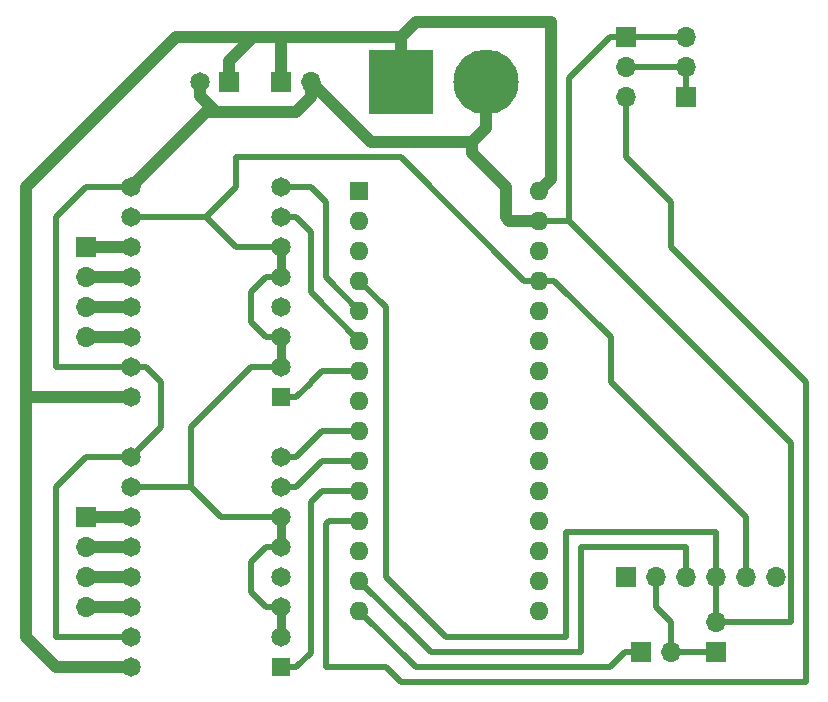
<source format=gbr>
G04 #@! TF.GenerationSoftware,KiCad,Pcbnew,(5.1.5-0)*
G04 #@! TF.CreationDate,2021-02-22T20:00:31-05:00*
G04 #@! TF.ProjectId,Board,426f6172-642e-46b6-9963-61645f706362,rev?*
G04 #@! TF.SameCoordinates,Original*
G04 #@! TF.FileFunction,Copper,L1,Top*
G04 #@! TF.FilePolarity,Positive*
%FSLAX46Y46*%
G04 Gerber Fmt 4.6, Leading zero omitted, Abs format (unit mm)*
G04 Created by KiCad (PCBNEW (5.1.5-0)) date 2021-02-22 20:00:31*
%MOMM*%
%LPD*%
G04 APERTURE LIST*
%ADD10R,1.600000X1.600000*%
%ADD11O,1.600000X1.600000*%
%ADD12R,1.651000X1.651000*%
%ADD13C,1.651000*%
%ADD14C,1.650000*%
%ADD15R,1.650000X1.650000*%
%ADD16R,1.700000X1.700000*%
%ADD17O,1.700000X1.700000*%
%ADD18R,5.516000X5.516000*%
%ADD19C,5.516000*%
%ADD20C,1.000000*%
%ADD21C,0.500000*%
%ADD22C,0.750000*%
G04 APERTURE END LIST*
D10*
X129825001Y-77745001D03*
D11*
X145065001Y-110765001D03*
X129825001Y-80285001D03*
X145065001Y-108225001D03*
X129825001Y-82825001D03*
X145065001Y-105685001D03*
X129825001Y-85365001D03*
X145065001Y-103145001D03*
X129825001Y-87905001D03*
X145065001Y-100605001D03*
X129825001Y-90445001D03*
X145065001Y-98065001D03*
X129825001Y-92985001D03*
X145065001Y-95525001D03*
X129825001Y-95525001D03*
X145065001Y-92985001D03*
X129825001Y-98065001D03*
X145065001Y-90445001D03*
X129825001Y-100605001D03*
X145065001Y-87905001D03*
X129825001Y-103145001D03*
X145065001Y-85365001D03*
X129825001Y-105685001D03*
X145065001Y-82825001D03*
X129825001Y-108225001D03*
X145065001Y-80285001D03*
X129825001Y-110765001D03*
X145065001Y-77745001D03*
X129825001Y-113305001D03*
X145065001Y-113305001D03*
D12*
X118840641Y-68580000D03*
D13*
X116341281Y-68580000D03*
D14*
X123190000Y-87630000D03*
X110490000Y-87630000D03*
X123190000Y-85090000D03*
X123190000Y-82550000D03*
X123190000Y-80010000D03*
X123190000Y-77470000D03*
X123190000Y-90170000D03*
X123190000Y-92710000D03*
D15*
X123190000Y-95250000D03*
D14*
X110490000Y-90170000D03*
X110490000Y-92710000D03*
X110490000Y-95250000D03*
X110490000Y-85090000D03*
X110490000Y-82550000D03*
X110490000Y-80010000D03*
X110490000Y-77470000D03*
X110490000Y-100330000D03*
X110490000Y-102870000D03*
X110490000Y-105410000D03*
X110490000Y-107950000D03*
X110490000Y-118110000D03*
X110490000Y-115570000D03*
X110490000Y-113030000D03*
D15*
X123190000Y-118110000D03*
D14*
X123190000Y-115570000D03*
X123190000Y-113030000D03*
X123190000Y-100330000D03*
X123190000Y-102870000D03*
X123190000Y-105410000D03*
X123190000Y-107950000D03*
X110490000Y-110490000D03*
X123190000Y-110490000D03*
D16*
X152400000Y-110490000D03*
D17*
X154940000Y-110490000D03*
X157480000Y-110490000D03*
X160020000Y-110490000D03*
X162560000Y-110490000D03*
X165100000Y-110490000D03*
X106680000Y-90170000D03*
X106680000Y-87630000D03*
X106680000Y-85090000D03*
D16*
X106680000Y-82550000D03*
D17*
X157480000Y-64770000D03*
X157480000Y-67310000D03*
D16*
X157480000Y-69850000D03*
X106680000Y-105410000D03*
D17*
X106680000Y-107950000D03*
X106680000Y-110490000D03*
X106680000Y-113030000D03*
D18*
X133350000Y-68580000D03*
D19*
X140550000Y-68580000D03*
D16*
X123190000Y-68580000D03*
D17*
X125730000Y-68580000D03*
D16*
X152400000Y-64770000D03*
D17*
X152400000Y-67310000D03*
X152400000Y-69850000D03*
X160020000Y-114300000D03*
D16*
X160020000Y-116840000D03*
X153670000Y-116840000D03*
D17*
X156210000Y-116840000D03*
D20*
X116341281Y-69747433D02*
X117713848Y-71120000D01*
X116341281Y-68580000D02*
X116341281Y-69747433D01*
X117713848Y-71120000D02*
X124460000Y-71120000D01*
X125730000Y-69850000D02*
X125730000Y-68580000D01*
X124460000Y-71120000D02*
X125730000Y-69850000D01*
X140550000Y-72480401D02*
X140550000Y-68580000D01*
X130810000Y-73660000D02*
X139370401Y-73660000D01*
X139370401Y-73660000D02*
X140550000Y-72480401D01*
X125730000Y-68580000D02*
X130810000Y-73660000D01*
X139370401Y-74590401D02*
X142240000Y-77460000D01*
X139370401Y-73660000D02*
X139370401Y-74590401D01*
X142240000Y-77460000D02*
X142240000Y-80010000D01*
X142515001Y-80285001D02*
X145065001Y-80285001D01*
X142240000Y-80010000D02*
X142515001Y-80285001D01*
X116840000Y-71120000D02*
X110490000Y-77470000D01*
X117713848Y-71120000D02*
X116840000Y-71120000D01*
D21*
X110490000Y-77470000D02*
X106680000Y-77470000D01*
X106680000Y-77470000D02*
X104140000Y-80010000D01*
X104140000Y-80010000D02*
X104140000Y-92710000D01*
X104140000Y-92710000D02*
X110490000Y-92710000D01*
X110490000Y-92710000D02*
X111760000Y-92710000D01*
X111760000Y-92710000D02*
X113030000Y-93980000D01*
X113030000Y-97790000D02*
X110490000Y-100330000D01*
X113030000Y-93980000D02*
X113030000Y-97790000D01*
X104140000Y-115570000D02*
X110490000Y-115570000D01*
X104140000Y-104140000D02*
X104140000Y-115570000D01*
X110490000Y-100330000D02*
X107950000Y-100330000D01*
X107950000Y-100330000D02*
X106680000Y-100330000D01*
X106680000Y-100330000D02*
X104140000Y-102870000D01*
X104140000Y-102870000D02*
X104140000Y-104140000D01*
X160020000Y-106680000D02*
X160020000Y-110490000D01*
X147320000Y-106680000D02*
X160020000Y-106680000D01*
X132080000Y-110490000D02*
X137160000Y-115570000D01*
X137160000Y-115570000D02*
X147320000Y-115570000D01*
X147320000Y-115570000D02*
X147320000Y-106680000D01*
X132080000Y-87620000D02*
X132080000Y-110490000D01*
X129825001Y-85365001D02*
X132080000Y-87620000D01*
X160020000Y-110490000D02*
X160020000Y-114300000D01*
X145065001Y-80285001D02*
X147044999Y-80285001D01*
X147044999Y-80285001D02*
X147595001Y-80285001D01*
X166400001Y-99090001D02*
X166400001Y-114269999D01*
X147595001Y-80285001D02*
X166400001Y-99090001D01*
X166370000Y-114300000D02*
X160020000Y-114300000D01*
X166400001Y-114269999D02*
X166370000Y-114300000D01*
X151050000Y-64770000D02*
X152400000Y-64770000D01*
X147595001Y-68224999D02*
X151050000Y-64770000D01*
X147595001Y-80285001D02*
X147595001Y-68224999D01*
X152400000Y-64770000D02*
X157480000Y-64770000D01*
X123190000Y-77470000D02*
X125730000Y-77470000D01*
X125730000Y-77470000D02*
X127000000Y-78740000D01*
X127000000Y-85080000D02*
X129825001Y-87905001D01*
X127000000Y-78740000D02*
X127000000Y-85080000D01*
X123190000Y-80010000D02*
X124460000Y-80010000D01*
X124460000Y-80010000D02*
X125730000Y-81280000D01*
X125730000Y-86350000D02*
X129825001Y-90445001D01*
X125730000Y-81280000D02*
X125730000Y-86350000D01*
X124515000Y-95250000D02*
X125730000Y-94035000D01*
X123190000Y-95250000D02*
X124515000Y-95250000D01*
X125730000Y-94035000D02*
X125730000Y-93980000D01*
X126724999Y-92985001D02*
X129825001Y-92985001D01*
X125730000Y-93980000D02*
X126724999Y-92985001D01*
X123190000Y-100330000D02*
X124460000Y-100330000D01*
X126724999Y-98065001D02*
X129825001Y-98065001D01*
X124460000Y-100330000D02*
X126724999Y-98065001D01*
X123190000Y-102870000D02*
X124460000Y-102870000D01*
X126724999Y-100605001D02*
X129825001Y-100605001D01*
X124460000Y-102870000D02*
X126724999Y-100605001D01*
X124515000Y-118110000D02*
X125730000Y-116895000D01*
X123190000Y-118110000D02*
X124515000Y-118110000D01*
X125730000Y-116895000D02*
X125730000Y-104140000D01*
X126724999Y-103145001D02*
X129825001Y-103145001D01*
X125730000Y-104140000D02*
X126724999Y-103145001D01*
D22*
X123190000Y-82550000D02*
X123190000Y-85090000D01*
X123190000Y-90170000D02*
X123190000Y-92710000D01*
X123190000Y-105410000D02*
X123190000Y-107950000D01*
X123190000Y-113030000D02*
X123190000Y-115570000D01*
D21*
X110490000Y-80010000D02*
X116840000Y-80010000D01*
X119380000Y-82550000D02*
X123190000Y-82550000D01*
X116840000Y-80010000D02*
X119380000Y-82550000D01*
X110490000Y-102870000D02*
X115570000Y-102870000D01*
X118110000Y-105410000D02*
X123190000Y-105410000D01*
X115570000Y-102870000D02*
X118110000Y-105410000D01*
X121920000Y-113030000D02*
X123190000Y-113030000D01*
X120650000Y-111760000D02*
X121920000Y-113030000D01*
X120650000Y-109220000D02*
X120650000Y-111760000D01*
X121920000Y-107950000D02*
X120650000Y-109220000D01*
X123190000Y-107950000D02*
X121920000Y-107950000D01*
X123190000Y-85090000D02*
X121920000Y-85090000D01*
X121920000Y-85090000D02*
X120650000Y-86360000D01*
X120650000Y-86360000D02*
X120650000Y-88900000D01*
X121920000Y-90170000D02*
X123190000Y-90170000D01*
X120650000Y-88900000D02*
X121920000Y-90170000D01*
X123190000Y-92710000D02*
X120650000Y-92710000D01*
X120650000Y-92710000D02*
X115570000Y-97790000D01*
X115570000Y-97790000D02*
X115570000Y-102870000D01*
X145065001Y-85365001D02*
X143785001Y-85365001D01*
X143785001Y-85365001D02*
X133350000Y-74930000D01*
X133350000Y-74930000D02*
X119380000Y-74930000D01*
X119380000Y-77470000D02*
X116840000Y-80010000D01*
X119380000Y-74930000D02*
X119380000Y-77470000D01*
X145065001Y-85365001D02*
X146325001Y-85365001D01*
X146325001Y-85365001D02*
X151130000Y-90170000D01*
X151130000Y-90170000D02*
X151130000Y-93980000D01*
X162560000Y-105410000D02*
X162560000Y-110490000D01*
X151130000Y-93980000D02*
X162560000Y-105410000D01*
X127275001Y-105685001D02*
X129825001Y-105685001D01*
X127000000Y-118110000D02*
X127000000Y-105960002D01*
X133350000Y-119380000D02*
X132080000Y-118110000D01*
X167640000Y-119380000D02*
X133350000Y-119380000D01*
X127000000Y-105960002D02*
X127275001Y-105685001D01*
X132080000Y-118110000D02*
X127000000Y-118110000D01*
X167640000Y-93980000D02*
X167640000Y-119380000D01*
X152400000Y-74930000D02*
X156210000Y-78740000D01*
X156210000Y-82550000D02*
X167640000Y-93980000D01*
X156210000Y-78740000D02*
X156210000Y-82550000D01*
X152400000Y-69850000D02*
X152400000Y-74930000D01*
X134630000Y-115570000D02*
X129825001Y-110765001D01*
X134630000Y-115570000D02*
X134630000Y-115580000D01*
X134630000Y-115580000D02*
X135890000Y-116840000D01*
X135890000Y-116840000D02*
X148590000Y-116840000D01*
X148590000Y-116840000D02*
X148590000Y-107950000D01*
X148590000Y-107950000D02*
X157480000Y-107950000D01*
X157480000Y-107950000D02*
X157480000Y-110490000D01*
D20*
X118840641Y-66754500D02*
X120825141Y-64770000D01*
X118840641Y-68580000D02*
X118840641Y-66754500D01*
X133298000Y-64770000D02*
X133350000Y-64822000D01*
X133350000Y-64822000D02*
X133350000Y-68580000D01*
X123190000Y-68580000D02*
X123190000Y-64770000D01*
X123190000Y-64770000D02*
X133298000Y-64770000D01*
X120825141Y-64770000D02*
X123190000Y-64770000D01*
X133350000Y-64822000D02*
X133402000Y-64770000D01*
X133350000Y-64822000D02*
X133350000Y-64770000D01*
X133350000Y-64770000D02*
X134620000Y-63500000D01*
X134620000Y-63500000D02*
X146050000Y-63500000D01*
X146050000Y-76760002D02*
X145065001Y-77745001D01*
X146050000Y-63500000D02*
X146050000Y-76760002D01*
X120825141Y-64770000D02*
X114300000Y-64770000D01*
X114300000Y-64770000D02*
X101600000Y-77470000D01*
X101600000Y-77470000D02*
X101600000Y-95250000D01*
X101600000Y-95250000D02*
X110490000Y-95250000D01*
X101600000Y-95250000D02*
X101600000Y-115570000D01*
X101600000Y-115570000D02*
X104140000Y-118110000D01*
X104140000Y-118110000D02*
X110490000Y-118110000D01*
D21*
X151050000Y-118110000D02*
X134630000Y-118110000D01*
X134630000Y-118110000D02*
X129825001Y-113305001D01*
X152320000Y-116840000D02*
X151050000Y-118110000D01*
X153670000Y-116840000D02*
X152320000Y-116840000D01*
D20*
X106680000Y-87630000D02*
X110490000Y-87630000D01*
X106680000Y-90170000D02*
X110490000Y-90170000D01*
X106680000Y-85090000D02*
X110490000Y-85090000D01*
X106680000Y-82550000D02*
X110490000Y-82550000D01*
X106680000Y-105410000D02*
X110490000Y-105410000D01*
X106680000Y-107950000D02*
X110490000Y-107950000D01*
X106680000Y-113030000D02*
X110490000Y-113030000D01*
X106680000Y-110490000D02*
X110490000Y-110490000D01*
D21*
X160020000Y-116840000D02*
X156210000Y-116840000D01*
X154940000Y-110490000D02*
X154940000Y-113030000D01*
X156210000Y-114300000D02*
X156210000Y-116840000D01*
X154940000Y-113030000D02*
X156210000Y-114300000D01*
X152400000Y-67310000D02*
X157480000Y-67310000D01*
X157480000Y-67310000D02*
X157480000Y-69850000D01*
M02*

</source>
